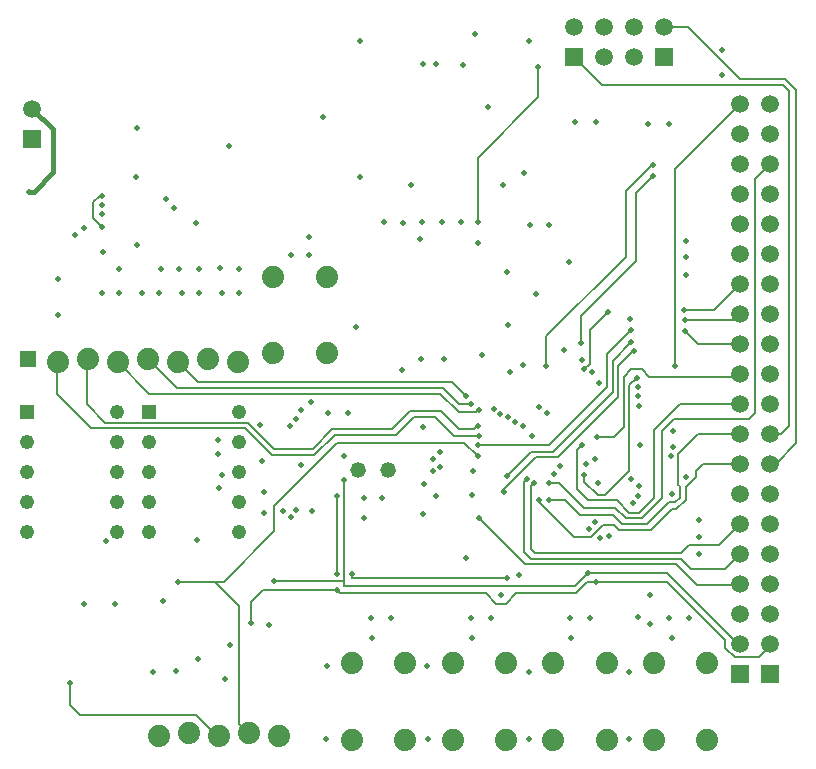
<source format=gbr>
%TF.GenerationSoftware,Novarm,DipTrace,3.2.0.1*%
%TF.CreationDate,2017-11-24T17:42:06-08:00*%
%FSLAX26Y26*%
%MOIN*%
%TF.FileFunction,Copper,L3,Inr*%
%TF.Part,Single*%
%AMOUTLINE6*
4,1,4,
0.026163,0.026163,
0.026205,-0.026121,
-0.026121,-0.026205,
-0.026163,0.026163,
0.026163,0.026163,
0*%
%TA.AperFunction,Conductor*%
%ADD17C,0.015748*%
%ADD21C,0.006*%
%TA.AperFunction,ComponentPad*%
%ADD27R,0.047992X0.047992*%
%ADD28C,0.048*%
%ADD39R,0.059055X0.059055*%
%ADD40C,0.059055*%
%ADD41C,0.074*%
%ADD44C,0.052*%
%ADD52R,0.05937X0.05937*%
%ADD53C,0.05937*%
%TA.AperFunction,ViaPad*%
%ADD58C,0.02*%
%TA.AperFunction,ComponentPad*%
%ADD127OUTLINE6*%
G75*
G01*
%LPD*%
X474217Y2295329D2*
D17*
X489007D1*
X553358Y2359681D1*
Y2503427D1*
X484615Y2572169D1*
X2325047Y1350615D2*
D21*
Y1328579D1*
X2369001Y1284625D1*
X2394612D1*
X2475251Y1365264D1*
Y1650600D1*
X2500029Y1675378D1*
X2628375Y1715875D2*
Y2372125D1*
X2844000Y2587749D1*
X971455Y995181D2*
X1092819D1*
X1175249Y912751D1*
Y522593D1*
X1206596Y491247D1*
X1969000Y1412749D2*
X1925249Y1456500D1*
X1500251D1*
X1290875Y1247125D1*
Y1162751D1*
X1123306Y995181D1*
X1092819D1*
X1969000Y1450249D2*
X2206500D1*
X2400039Y1643789D1*
Y1753164D1*
X2481500Y1834625D1*
X2656262Y1900354D2*
X2756605D1*
X2844000Y1987749D1*
X1975249Y1206501D2*
X2128375Y1053375D1*
X2631500D1*
X2700251Y984625D1*
X2847125D1*
X2844000Y987749D1*
X2134442Y1337913D2*
X2125068Y1328539D1*
Y1094181D1*
X2147125Y1072125D1*
X2647125D1*
X2681304Y1037945D1*
X2794196D1*
X2844000Y1087749D1*
Y1187749D2*
X2775251Y1119000D1*
X2675251D1*
X2647315Y1091064D1*
X2159440D1*
X2146941Y1103563D1*
Y1312916D1*
X2158466Y1324441D1*
X2175063Y1269171D2*
Y1259797D1*
X2290676Y1144184D1*
X2346920D1*
X2387541Y1184804D1*
X2425071D1*
X2440694Y1169181D1*
X2546899D1*
X2615642Y1237924D1*
X2631265D1*
X2662512Y1269171D1*
Y1309791D1*
X2696883Y1344163D1*
Y1362911D1*
X2721881Y1387908D1*
X2843841D1*
X2844000Y1387749D1*
X2206310Y1269171D2*
X2259429D1*
X2309424Y1219176D1*
X2418824D1*
X2450071Y1187929D1*
X2534400D1*
X2606268Y1259797D1*
X2628140D1*
X2643764Y1275420D1*
Y1312916D1*
X2637514Y1319165D1*
Y1422280D1*
X2702984Y1487749D1*
X2844000D1*
X2206310Y1325415D2*
X2240681D1*
X2325047Y1241049D1*
X2428201D1*
X2462572Y1206677D1*
X2515652D1*
X2584395Y1275420D1*
Y1497272D1*
X2625016Y1537892D1*
X2874990D1*
X2893738Y1556640D1*
Y2337487D1*
X2944000Y2387749D1*
X2315673Y1450402D2*
X2300050Y1434778D1*
Y1303542D1*
X2337546Y1266046D1*
X2434454D1*
X2475075Y1225425D1*
X2506278D1*
X2556273Y1275420D1*
Y1500396D1*
X2643626Y1587749D1*
X2844000D1*
X2365668Y1478524D2*
X2425037D1*
X2456283Y1509770D1*
Y1678503D1*
X2481281Y1703500D1*
X2515652D1*
X2540650Y1678503D1*
X2834753D1*
X2844000Y1687749D1*
X2056501Y1294000D2*
X2051814Y1298688D1*
X2162751Y1409625D1*
X2237749D1*
X2437535Y1609411D1*
Y1715661D1*
X2487749Y1765875D1*
X2490875D1*
X2659387Y1831612D2*
X2703249Y1787749D1*
X2844000D1*
X2065875Y1347125D2*
X2147280Y1428529D1*
X2219154D1*
X2418787Y1628163D1*
Y1731287D1*
X2481500Y1794000D1*
X2659387Y1869108D2*
X2825358D1*
X2844000Y1887749D1*
X2944000Y1387749D2*
X2962322D1*
X3031223Y1456651D1*
Y2634652D1*
X2993727Y2672148D1*
X2843743D1*
X2671898Y2843993D1*
X2590875D1*
X2197125Y1715875D2*
Y1813052D1*
X2462751Y2078678D1*
Y2297406D1*
X2550024Y2384678D1*
X2553148D1*
X715875Y2178375D2*
X687749Y2206501D1*
Y2259623D1*
X709626Y2281500D1*
X715875D1*
X2403375Y1894000D2*
X2344000Y1834625D1*
Y1722453D1*
X2325047Y1703500D1*
X1212664Y856714D2*
Y928289D1*
X1253375Y969000D1*
X1500251D1*
Y965961D1*
Y962953D1*
Y1281499D2*
Y1022125D1*
Y965961D2*
X1509508Y956703D1*
X1996957D1*
X2031328Y922332D1*
X2062575D1*
X2096946Y956703D1*
X2296925D1*
X2334421Y994199D1*
X2362543D1*
X2600083D1*
X2794252Y800030D1*
Y775028D1*
X2825505Y743774D1*
X2906764D1*
X2944000Y781010D1*
Y787749D1*
X2171938Y2711761D2*
Y2609655D1*
X1970815Y2408531D1*
Y2194000D1*
X1290875Y997125D2*
X1525251D1*
Y981701D1*
X2293801D1*
X2337546Y1025446D1*
X1525251Y1335560D2*
Y997125D1*
X2844000Y787749D2*
Y781535D1*
X2600089Y1025446D1*
X2337546D1*
X569000Y1727749D2*
X565875Y1724625D1*
Y1622125D1*
X681500Y1506500D1*
X1194062D1*
X1284531Y1416030D1*
X1425142D1*
X1493885Y1484773D1*
X1698139D1*
X1757508Y1544142D1*
X1828234D1*
X1890875Y1481500D1*
X1972125D1*
X1947125Y1587751D2*
X1906500D1*
X1853375Y1640875D1*
X965874D1*
X869000Y1737749D1*
X1931500Y1612749D2*
X1884625Y1659625D1*
X1037125D1*
X969000Y1727749D1*
X1972125Y1569000D2*
X1962749Y1559625D1*
X1906500D1*
X1844000Y1622125D1*
X874625D1*
X769000Y1727749D1*
X669000Y1737749D2*
X665875Y1734625D1*
Y1587751D1*
X728377Y1525249D1*
X1203434D1*
X1290781Y1437903D1*
X1418892D1*
X1484510Y1503521D1*
X1683035D1*
X1742404Y1562890D1*
X1846986D1*
X1906500Y1503375D1*
X1956500D1*
X1967437Y1514312D1*
X1969000Y1512749D1*
X2944000Y1487749D2*
X2981080D1*
X3006226Y1512895D1*
Y2631528D1*
X2987478Y2650276D1*
X2384593D1*
X2290875Y2743993D1*
X2553148Y2347182D2*
X2497125Y2291159D1*
Y2065875D1*
X2312549Y1881299D1*
Y1790991D1*
X609625Y656528D2*
Y584625D1*
X644000Y550249D1*
X1031501D1*
X1106596Y475155D1*
Y481247D1*
X1550249Y1022125D2*
Y1006698D1*
X2065699D1*
D58*
X1115799Y1956896D3*
X982861Y1956501D3*
X569000Y1884731D3*
D3*
X568982Y2003469D3*
X1469911Y1557411D3*
X1715736Y1700375D3*
X1469911Y1557411D3*
X1984458Y1750370D3*
X1715736Y1700375D3*
X2068824Y1850427D3*
X2046951Y950454D3*
X2475031Y470399D3*
X2140144Y470836D3*
X1465073D3*
X1802609D3*
X1036449Y737749D3*
X918945Y931706D3*
X1381919Y1385306D3*
X1469911Y1557411D3*
X1590749Y1206677D3*
X1381919Y1385306D3*
X2543774Y950454D3*
X2256500Y1765992D3*
X1140797Y2448755D3*
X1031433Y2190699D3*
X1787604Y1222301D3*
X474217Y2295329D3*
X2125331Y2356819D3*
X2054071Y2318849D3*
X1747772D3*
X1578480Y2343828D3*
X1747772Y2318849D3*
X1578480Y2796408D3*
Y2343828D3*
X2141079Y2796408D3*
X2125331Y2356819D3*
X1961945Y2821198D3*
X1140797Y2448755D3*
X2615642Y1287749D3*
X2706500Y1144000D3*
X2503375Y1281500D3*
X2706500Y1144000D3*
X2350045Y1694126D3*
X2162564Y1953375D3*
X2662749Y2078375D3*
X2003206Y2578408D3*
X2706500Y1087749D3*
X2487749Y1256500D3*
X2706500Y1087749D3*
X2662749Y2016034D3*
X2375042Y1656630D3*
X2477881Y1871630D3*
X2275052Y2059713D3*
X1831349Y2722143D3*
X628375Y2150251D3*
X715875Y2250251D3*
X656472Y2175840D3*
X715875Y2222125D3*
X1790875Y1322125D3*
X1590752Y1275374D3*
X1650251Y1275249D3*
X1831500Y1281500D3*
X2784945Y2766459D3*
X2362543Y2528413D3*
X2784357Y2684630D3*
X2606268Y2522164D3*
X1275157Y850465D3*
X1128375Y672125D3*
X1522125Y1415875D3*
X1537751Y1556500D3*
X1406500Y2144173D3*
Y2084731D3*
X908583Y1956501D3*
X912751Y2037751D3*
X775251Y1956501D3*
Y2037749D3*
X1175249Y1956501D3*
Y2037749D3*
X1041916Y1956501D3*
Y2037751D3*
X2608320Y875248D3*
X2615642Y806719D3*
X2278177Y875248D3*
X2281500Y806500D3*
X1946962Y875248D3*
X1950251Y806500D3*
X1614571Y875248D3*
X1615875Y806500D3*
X1783311Y2194000D3*
X1778375Y2137749D3*
X2503154Y878587D3*
X2543774Y853589D3*
X2325047Y1350615D3*
X2500029Y1675378D3*
X2628375Y1715875D3*
X971455Y995181D3*
X1969000Y1412749D3*
Y1450249D3*
X2481500Y1834625D3*
X2656262Y1900354D3*
X1975249Y1206501D3*
X2134442Y1337913D3*
X2158466Y1324441D3*
X2106320Y1016072D3*
X2175063Y1269171D3*
X2206310D3*
Y1325415D3*
X2243806Y1381659D3*
X2121944Y1719123D3*
X1968835Y2125331D3*
X2315673Y1450402D3*
X2365668Y1478524D3*
X2056501Y1294000D3*
X2490875Y1765875D3*
X2659387Y1831612D3*
X2065875Y1347125D3*
X2481500Y1794000D3*
X2659387Y1869108D3*
X2503375Y1644000D3*
X2503154Y1612885D3*
X2506278Y1581638D3*
X2619000Y1497125D3*
X2509403Y1450402D3*
X2619000Y1444000D3*
X2612749Y1412749D3*
X2359419Y1403531D3*
X931500Y2272125D3*
X1562751Y1844000D3*
X956500Y2240875D3*
X1781500Y1737751D3*
X2371917Y1325415D3*
X2481500Y1337749D3*
X2662512Y1344163D3*
X2537525Y2522164D3*
X2197125Y1715875D3*
X2553148Y2384678D3*
X850249Y1956501D3*
X715875Y2178375D3*
Y2281500D3*
X2506500Y1315875D3*
X2706500Y1200251D3*
X2662749Y2131500D3*
X2403375Y1894000D3*
X2325047Y1703500D3*
X2403375Y1894000D3*
X1918840Y2719018D3*
X759625Y922125D3*
X962810Y697125D3*
X1212664Y856714D3*
D3*
X1500251Y1281499D3*
Y1022125D3*
Y969000D3*
X2362543Y994199D3*
X1970815Y2194000D3*
X1850251D3*
X1912843D3*
X2171938Y2711761D3*
X1970815Y2194000D3*
X656500Y922125D3*
X887749Y694000D3*
X1144000Y784625D3*
X1290875Y997125D3*
X2337546Y1025446D3*
X1525251Y1335560D3*
X1412643Y1594136D3*
X1381396Y1566014D3*
X1362749Y1537749D3*
X1344000Y1512751D3*
X1243911Y1519144D3*
X1103375Y1469000D3*
Y1422125D3*
X1250249Y1397125D3*
X1115875Y1350251D3*
X1106500Y1306500D3*
X1256500Y1294000D3*
Y1225249D3*
X1318999Y1231500D3*
X1362749Y1234626D3*
X1347125Y1209625D3*
X1415875Y1231500D3*
X1034625Y1134810D3*
X731500Y1131500D3*
X2022125Y1572125D3*
X1465875Y712749D3*
X2069000Y1544000D3*
X1800249Y715875D3*
X2119000Y1515875D3*
X2140875Y694000D3*
X2175063Y1578513D3*
X2340671Y1172306D3*
X2378167Y1141059D3*
X2475251Y694249D3*
X1972125Y1481500D3*
X1947125Y1587751D3*
X1931500Y1612749D3*
X1972125Y1569000D3*
X1969000Y1512749D3*
X830909Y2344000D3*
X1856512Y1737739D3*
X2331297Y1387908D3*
X2293801Y2528413D3*
X2553148Y2347182D3*
X2312549Y1790991D3*
X834625Y2119000D3*
X715875Y1956501D3*
X1950251Y1284625D3*
X1453375Y2544000D3*
X1844000Y1428375D3*
Y1378375D3*
X719000Y2094000D3*
X1109625Y2040875D3*
X975251Y2037751D3*
X834579Y2506541D3*
X1819000Y1403375D3*
X1787751Y1509625D3*
X1819000Y1365875D3*
Y1403375D3*
X2142356Y2184699D3*
X2206310D3*
X2315875Y1734625D3*
X2065875Y2028097D3*
X2142356Y2184699D3*
X609625Y656528D3*
X1550249Y1022125D3*
X2065699Y1006698D3*
X2044000Y1553375D3*
X1681500Y875462D3*
X2094000Y1528375D3*
X2012751Y875251D3*
X2148921Y1480171D3*
X1931500Y1075249D3*
X2344000Y875249D3*
X2672100Y875248D3*
X2406289Y1147308D3*
X2359419Y1194178D3*
X2200060Y1556640D3*
X1953352Y1365899D3*
X1347125Y2084822D3*
X1718991Y2192178D3*
X1656500Y2194000D3*
X2225058Y1353537D3*
X2078198Y1694126D3*
X1718991Y2192178D3*
X1787604Y2722143D3*
X1718991Y2192178D3*
D27*
X875251Y1559625D3*
D28*
Y1459625D3*
Y1359625D3*
Y1259625D3*
Y1159625D3*
X1175251D3*
Y1259625D3*
Y1359625D3*
Y1459625D3*
Y1559625D3*
D27*
X465875D3*
D28*
Y1459625D3*
Y1359625D3*
Y1259625D3*
Y1159625D3*
X765875D3*
Y1259625D3*
Y1359625D3*
Y1459625D3*
Y1559625D3*
D39*
X484615Y2472169D3*
D40*
Y2572169D3*
D127*
X469000Y1737749D3*
D41*
X569000Y1727749D3*
X669000Y1737749D3*
X769000Y1727749D3*
X869000Y1737749D3*
X969000Y1727749D3*
X1069000Y1737749D3*
X1169000Y1727749D3*
D44*
X1569000Y1369000D3*
X1669000D3*
D41*
X1287749Y1756500D3*
Y2012500D3*
X1465749Y1756500D3*
Y2012500D3*
X1550249Y469000D3*
Y725000D3*
X1728249Y469000D3*
Y725000D3*
X1885667Y469000D3*
Y725000D3*
X2063667Y469000D3*
Y725000D3*
X2221083Y469000D3*
Y725000D3*
X2399083Y469000D3*
Y725000D3*
X2556500Y469000D3*
Y725000D3*
X2734500Y469000D3*
Y725000D3*
D52*
X2590875Y2743993D3*
D53*
Y2843993D3*
X2490875Y2743993D3*
Y2843993D3*
X2390875Y2743993D3*
Y2843993D3*
D52*
X2290875Y2743993D3*
D53*
Y2843993D3*
D39*
X2844000Y687749D3*
D40*
Y787749D3*
Y887749D3*
Y987749D3*
Y1087749D3*
Y1187749D3*
Y1287749D3*
Y1387749D3*
Y1487749D3*
Y1587749D3*
Y1687749D3*
Y1787749D3*
Y1887749D3*
Y1987749D3*
Y2087749D3*
Y2187749D3*
Y2287749D3*
Y2387749D3*
Y2487749D3*
Y2587749D3*
D39*
X2944000Y687749D3*
D40*
Y787749D3*
Y887749D3*
Y987749D3*
Y1087749D3*
Y1187749D3*
Y1287749D3*
Y1387749D3*
Y1487749D3*
Y1587749D3*
Y1687749D3*
Y1787749D3*
Y1887749D3*
Y1987749D3*
Y2087749D3*
Y2187749D3*
Y2287749D3*
Y2387749D3*
Y2487749D3*
Y2587749D3*
D41*
X1306596Y481247D3*
X1206596Y491247D3*
X1106596Y481247D3*
X1006596Y491247D3*
X906596Y481247D3*
M02*

</source>
